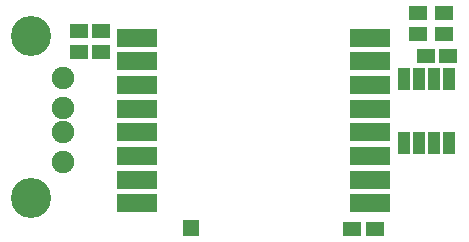
<source format=gbs>
G04 #@! TF.GenerationSoftware,KiCad,Pcbnew,5.1.2-f72e74a~84~ubuntu16.04.1*
G04 #@! TF.CreationDate,2019-05-31T10:16:47+03:00*
G04 #@! TF.ProjectId,serial_gw_ATSAMD21E,73657269-616c-45f6-9777-5f415453414d,rev?*
G04 #@! TF.SameCoordinates,Original*
G04 #@! TF.FileFunction,Soldermask,Bot*
G04 #@! TF.FilePolarity,Negative*
%FSLAX46Y46*%
G04 Gerber Fmt 4.6, Leading zero omitted, Abs format (unit mm)*
G04 Created by KiCad (PCBNEW 5.1.2-f72e74a~84~ubuntu16.04.1) date 2019-05-31 10:16:47*
%MOMM*%
%LPD*%
G04 APERTURE LIST*
%ADD10C,1.901140*%
%ADD11C,3.399740*%
%ADD12R,1.400000X1.400000*%
%ADD13R,1.600000X1.150000*%
%ADD14R,3.400000X1.600000*%
%ADD15R,1.000000X1.950000*%
%ADD16R,1.600000X1.300000*%
G04 APERTURE END LIST*
D10*
X109802120Y-91712860D03*
X109802120Y-89172860D03*
X109802120Y-87140860D03*
X109802120Y-84600860D03*
D11*
X107135120Y-94760860D03*
X107135120Y-81044860D03*
D12*
X120700000Y-97300000D03*
D13*
X134300000Y-97400000D03*
X136200000Y-97400000D03*
D14*
X116100000Y-81200000D03*
X116100000Y-83200000D03*
X116100000Y-85200000D03*
X116100000Y-87200000D03*
X116100000Y-89200000D03*
X116100000Y-91200000D03*
X116100000Y-93200000D03*
X116100000Y-95200000D03*
X135800000Y-95200000D03*
X135800000Y-93200000D03*
X135800000Y-91200000D03*
X135800000Y-89200000D03*
X135800000Y-87200000D03*
X135800000Y-85200000D03*
X135800000Y-83200000D03*
X135800000Y-81200000D03*
D13*
X140550000Y-82700000D03*
X142450000Y-82700000D03*
D15*
X142505000Y-84700000D03*
X141235000Y-84700000D03*
X139965000Y-84700000D03*
X138695000Y-84700000D03*
X138695000Y-90100000D03*
X139965000Y-90100000D03*
X141235000Y-90100000D03*
X142505000Y-90100000D03*
D13*
X113050000Y-82400000D03*
X111150000Y-82400000D03*
X113050000Y-80600000D03*
X111150000Y-80600000D03*
D16*
X142100000Y-79100000D03*
X139900000Y-79100000D03*
X142100000Y-80900000D03*
X139900000Y-80900000D03*
M02*

</source>
